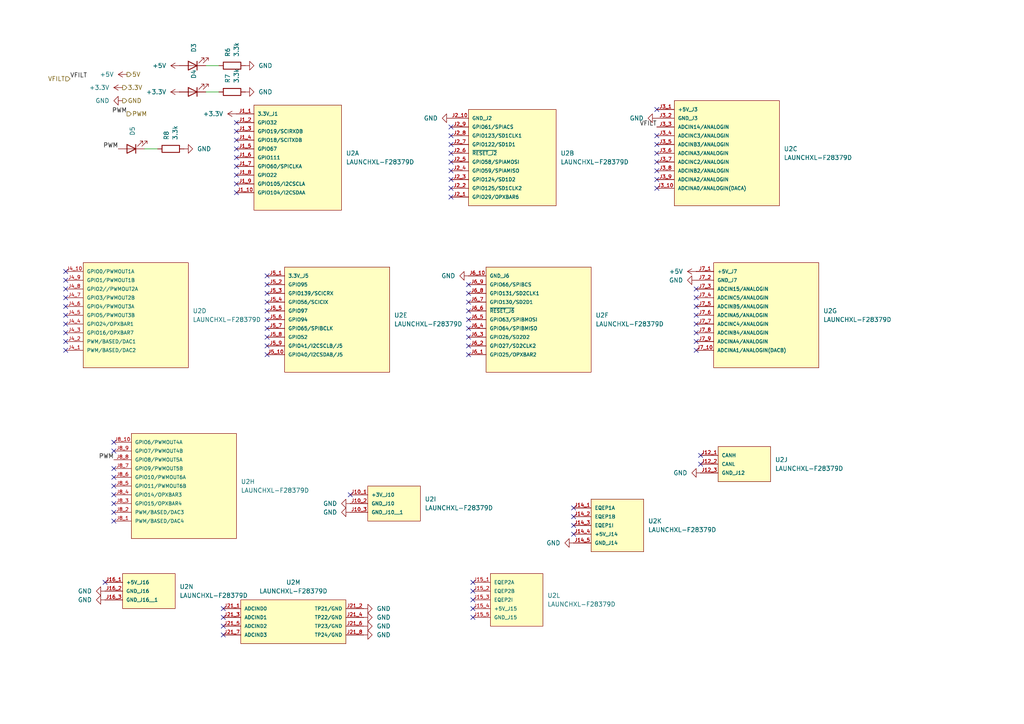
<source format=kicad_sch>
(kicad_sch (version 20231120) (generator "eeschema") (generator_version "8.0")
  (paper "A4")
  (lib_symbols
    (symbol "Device:LED" (pin_numbers hide) (pin_names (offset 1.016) hide)
      (property "Reference" "D" (at 0 2.54 0))
      (property "Value" "LED" (at 0 -2.54 0))
      (symbol "LED_0_1"
        (polyline (pts (xy -1.27 -1.27) (xy -1.27 1.27)) (stroke (width 0.254)))
        (polyline (pts (xy -1.27 0) (xy 1.27 0)))
        (polyline (pts (xy 1.27 -1.27) (xy 1.27 1.27) (xy -1.27 0) (xy 1.27 -1.27)) (stroke (width 0.254)))
        (polyline (pts (xy -3.048 -0.762) (xy -4.572 -2.286) (xy -3.81 -2.286) (xy -4.572 -2.286) (xy -4.572 -1.524)))
        (polyline (pts (xy -1.778 -0.762) (xy -3.302 -2.286) (xy -2.54 -2.286) (xy -3.302 -2.286) (xy -3.302 -1.524)))
      )
      (symbol "LED_1_1"
        (pin passive line (at -3.81 0 0) (length 2.54) (name "K") (number "1"))
        (pin passive line (at 3.81 0 180) (length 2.54) (name "A") (number "2"))
      )
    )
    (symbol "Device:R" (pin_numbers hide) (pin_names (offset 0))
      (property "Reference" "R" (at 2.032 0 90))
      (property "Value" "R" (at 0 0 90))
      (symbol "R_0_1"
        (rectangle (start -1.016 -2.54) (end 1.016 2.54) (stroke (width 0.254)))
      )
      (symbol "R_1_1"
        (pin passive line (at 0 3.81 270) (length 1.27) (name "~") (number "1"))
        (pin passive line (at 0 -3.81 90) (length 1.27) (name "~") (number "2"))
      )
    )
    (symbol "LAUNCHXL-F28379D:LAUNCHXL-F28379D" (pin_names (offset 1.016))
      (property "Reference" "U" (at -12.2428 15.9258 0))
      (property "Value" "LAUNCHXL-F28379D" (at -12.7 -17.272 0))
      (symbol "LAUNCHXL-F28379D_1_0"
        (rectangle (start -12.7 -15.24) (end 12.7 15.24) (stroke (width 0.1524)) (fill (type background)))
        (pin power_in line (at -17.78 12.7 0) (length 5.08) (name "3.3V_J1") (number "J1_1"))
        (pin bidirectional line (at -17.78 -10.16 0) (length 5.08) (name "GPIO104/I2CSDAA") (number "J1_10"))
        (pin bidirectional line (at -17.78 10.16 0) (length 5.08) (name "GPIO32") (number "J1_2"))
        (pin bidirectional line (at -17.78 7.62 0) (length 5.08) (name "GPIO19/SCIRXDB") (number "J1_3"))
        (pin bidirectional line (at -17.78 5.08 0) (length 5.08) (name "GPIO18/SCITXDB") (number "J1_4"))
        (pin bidirectional line (at -17.78 2.54 0) (length 5.08) (name "GPIO67") (number "J1_5"))
        (pin bidirectional line (at -17.78 0 0) (length 5.08) (name "GPIO111") (number "J1_6"))
        (pin bidirectional line (at -17.78 -2.54 0) (length 5.08) (name "GPIO60/SPICLKA") (number "J1_7"))
        (pin bidirectional line (at -17.78 -5.08 0) (length 5.08) (name "GPIO22") (number "J1_8"))
        (pin bidirectional line (at -17.78 -7.62 0) (length 5.08) (name "GPIO105/I2CSCLA") (number "J1_9"))
      )
      (symbol "LAUNCHXL-F28379D_2_0"
        (rectangle (start -12.7 -12.7) (end 12.7 15.24) (stroke (width 0.1524)) (fill (type background)))
        (pin bidirectional line (at -17.78 -10.16 0) (length 5.08) (name "GPIO29/OPXBAR6") (number "J2_1"))
        (pin power_in line (at -17.78 12.7 0) (length 5.08) (name "GND_J2") (number "J2_10"))
        (pin bidirectional line (at -17.78 -7.62 0) (length 5.08) (name "GPIO125/SD1CLK2") (number "J2_2"))
        (pin bidirectional line (at -17.78 -5.08 0) (length 5.08) (name "GPIO124/SD1D2") (number "J2_3"))
        (pin bidirectional line (at -17.78 -2.54 0) (length 5.08) (name "GPIO59/SPIAMISO") (number "J2_4"))
        (pin bidirectional line (at -17.78 0 0) (length 5.08) (name "GPIO58/SPIAMOSI") (number "J2_5"))
        (pin bidirectional line (at -17.78 2.54 0) (length 5.08) (name "~{RESET_J2}") (number "J2_6"))
        (pin bidirectional line (at -17.78 5.08 0) (length 5.08) (name "GPIO122/SD1D1") (number "J2_7"))
        (pin bidirectional line (at -17.78 7.62 0) (length 5.08) (name "GPIO123/SD1CLK1") (number "J2_8"))
        (pin bidirectional line (at -17.78 10.16 0) (length 5.08) (name "GPIO61/SPIACS") (number "J2_9"))
      )
      (symbol "LAUNCHXL-F28379D_3_0"
        (rectangle (start -15.24 -15.24) (end 15.24 15.24) (stroke (width 0.1524)) (fill (type background)))
        (pin power_in line (at -20.32 12.7 0) (length 5.08) (name "+5V_J3") (number "J3_1"))
        (pin bidirectional line (at -20.32 -10.16 0) (length 5.08) (name "ADCINA0/ANALOGIN(DACA)") (number "J3_10"))
        (pin power_in line (at -20.32 10.16 0) (length 5.08) (name "GND_J3") (number "J3_2"))
        (pin bidirectional line (at -20.32 7.62 0) (length 5.08) (name "ADCIN14/ANALOGIN") (number "J3_3"))
        (pin bidirectional line (at -20.32 5.08 0) (length 5.08) (name "ADCINC3/ANALOGIN") (number "J3_4"))
        (pin bidirectional line (at -20.32 2.54 0) (length 5.08) (name "ADCINB3/ANALOGIN") (number "J3_5"))
        (pin bidirectional line (at -20.32 0 0) (length 5.08) (name "ADCINA3/ANALOGIN") (number "J3_6"))
        (pin bidirectional line (at -20.32 -2.54 0) (length 5.08) (name "ADCINC2/ANALOGIN") (number "J3_7"))
        (pin bidirectional line (at -20.32 -5.08 0) (length 5.08) (name "ADCINB2/ANALOGIN") (number "J3_8"))
        (pin bidirectional line (at -20.32 -7.62 0) (length 5.08) (name "ADCINA2/ANALOGIN") (number "J3_9"))
      )
      (symbol "LAUNCHXL-F28379D_4_0"
        (rectangle (start -15.24 -15.24) (end 15.24 15.24) (stroke (width 0.1524)) (fill (type background)))
        (pin bidirectional line (at -20.32 -10.16 0) (length 5.08) (name "PWM/BASED/DAC2") (number "J4_1"))
        (pin bidirectional line (at -20.32 12.7 0) (length 5.08) (name "GPIO0/PWMOUT1A") (number "J4_10"))
        (pin bidirectional line (at -20.32 -7.62 0) (length 5.08) (name "PWM/BASED/DAC1") (number "J4_2"))
        (pin bidirectional line (at -20.32 -5.08 0) (length 5.08) (name "GPIO16/OPXBAR7") (number "J4_3"))
        (pin bidirectional line (at -20.32 -2.54 0) (length 5.08) (name "GPIO24/OPXBAR1") (number "J4_4"))
        (pin bidirectional line (at -20.32 0 0) (length 5.08) (name "GPIO5/PWMOUT3B") (number "J4_5"))
        (pin bidirectional line (at -20.32 2.54 0) (length 5.08) (name "GPIO4/PWMOUT3A") (number "J4_6"))
        (pin bidirectional line (at -20.32 5.08 0) (length 5.08) (name "GPIO3/PWMOUT2B") (number "J4_7"))
        (pin bidirectional line (at -20.32 7.62 0) (length 5.08) (name "GPIO2//PWMOUT2A") (number "J4_8"))
        (pin bidirectional line (at -20.32 10.16 0) (length 5.08) (name "GPIO1/PWMOUT1B") (number "J4_9"))
      )
      (symbol "LAUNCHXL-F28379D_5_0"
        (rectangle (start -15.24 -15.24) (end 15.24 15.24) (stroke (width 0.1524)) (fill (type background)))
        (pin power_in line (at -20.32 12.7 0) (length 5.08) (name "3.3V_J5") (number "J5_1"))
        (pin bidirectional line (at -20.32 -10.16 0) (length 5.08) (name "GPIO40/I2CSDAB/J5") (number "J5_10"))
        (pin bidirectional line (at -20.32 10.16 0) (length 5.08) (name "GPIO95") (number "J5_2"))
        (pin bidirectional line (at -20.32 7.62 0) (length 5.08) (name "GPIO139/SCICRX") (number "J5_3"))
        (pin bidirectional line (at -20.32 5.08 0) (length 5.08) (name "GPIO56/SCICIX") (number "J5_4"))
        (pin bidirectional line (at -20.32 2.54 0) (length 5.08) (name "GPIO97") (number "J5_5"))
        (pin bidirectional line (at -20.32 0 0) (length 5.08) (name "GPIO94") (number "J5_6"))
        (pin bidirectional line (at -20.32 -2.54 0) (length 5.08) (name "GPIO65/SPIBCLK") (number "J5_7"))
        (pin bidirectional line (at -20.32 -5.08 0) (length 5.08) (name "GPIO52") (number "J5_8"))
        (pin bidirectional line (at -20.32 -7.62 0) (length 5.08) (name "GPIO41/I2CSCLB/J5") (number "J5_9"))
      )
      (symbol "LAUNCHXL-F28379D_6_0"
        (rectangle (start -15.24 -15.24) (end 15.24 15.24) (stroke (width 0.1524)) (fill (type background)))
        (pin bidirectional line (at -20.32 -10.16 0) (length 5.08) (name "GPIO25/OPXBAR2") (number "J6_1"))
        (pin power_in line (at -20.32 12.7 0) (length 5.08) (name "GND_J6") (number "J6_10"))
        (pin bidirectional line (at -20.32 -7.62 0) (length 5.08) (name "GPIO27/SD2CLK2") (number "J6_2"))
        (pin bidirectional line (at -20.32 -5.08 0) (length 5.08) (name "GPIO26/SD2D2") (number "J6_3"))
        (pin bidirectional line (at -20.32 -2.54 0) (length 5.08) (name "GPIO64/SPIBMISO") (number "J6_4"))
        (pin bidirectional line (at -20.32 0 0) (length 5.08) (name "GPIO63/SPIBMOSI") (number "J6_5"))
        (pin bidirectional line (at -20.32 2.54 0) (length 5.08) (name "~{RESET_J6}") (number "J6_6"))
        (pin bidirectional line (at -20.32 5.08 0) (length 5.08) (name "GPIO130/SD2D1") (number "J6_7"))
        (pin bidirectional line (at -20.32 7.62 0) (length 5.08) (name "GPIO131/SD2CLK1") (number "J6_8"))
        (pin bidirectional line (at -20.32 10.16 0) (length 5.08) (name "GPIO66/SPIBCS") (number "J6_9"))
      )
      (symbol "LAUNCHXL-F28379D_7_0"
        (rectangle (start -15.24 -15.24) (end 15.24 15.24) (stroke (width 0.1524)) (fill (type background)))
        (pin power_in line (at -20.32 12.7 0) (length 5.08) (name "+5V_J7") (number "J7_1"))
        (pin bidirectional line (at -20.32 -10.16 0) (length 5.08) (name "ADCINA1/ANALOGIN(DACB)") (number "J7_10"))
        (pin power_in line (at -20.32 10.16 0) (length 5.08) (name "GND_J7") (number "J7_2"))
        (pin bidirectional line (at -20.32 7.62 0) (length 5.08) (name "ADCIN15/ANALOGIN") (number "J7_3"))
        (pin bidirectional line (at -20.32 5.08 0) (length 5.08) (name "ADCINC5/ANALOGIN") (number "J7_4"))
        (pin bidirectional line (at -20.32 2.54 0) (length 5.08) (name "ADCINB5/ANALOGIN") (number "J7_5"))
        (pin bidirectional line (at -20.32 0 0) (length 5.08) (name "ADCINA5/ANALOGIN") (number "J7_6"))
        (pin bidirectional line (at -20.32 -2.54 0) (length 5.08) (name "ADCINC4/ANALOGIN") (number "J7_7"))
        (pin bidirectional line (at -20.32 -5.08 0) (length 5.08) (name "ADCINB4/ANALOGIN") (number "J7_8"))
        (pin bidirectional line (at -20.32 -7.62 0) (length 5.08) (name "ADCINA4/ANALOGIN") (number "J7_9"))
      )
      (symbol "LAUNCHXL-F28379D_8_0"
        (rectangle (start -15.24 -15.24) (end 15.24 15.24) (stroke (width 0.1524)) (fill (type background)))
        (pin bidirectional line (at -20.32 -10.16 0) (length 5.08) (name "PWM/BASED/DAC4") (number "J8_1"))
        (pin bidirectional line (at -20.32 12.7 0) (length 5.08) (name "GPIO6/PWMOUT4A") (number "J8_10"))
        (pin bidirectional line (at -20.32 -7.62 0) (length 5.08) (name "PWM/BASED/DAC3") (number "J8_2"))
        (pin bidirectional line (at -20.32 -5.08 0) (length 5.08) (name "GPIO15/OPXBAR4") (number "J8_3"))
        (pin bidirectional line (at -20.32 -2.54 0) (length 5.08) (name "GPIO14/OPXBAR3") (number "J8_4"))
        (pin bidirectional line (at -20.32 0 0) (length 5.08) (name "GPIO11/PWMOUT6B") (number "J8_5"))
        (pin bidirectional line (at -20.32 2.54 0) (length 5.08) (name "GPIO10/PWMOUT6A") (number "J8_6"))
        (pin bidirectional line (at -20.32 5.08 0) (length 5.08) (name "GPIO9/PWMOUT5B") (number "J8_7"))
        (pin bidirectional line (at -20.32 7.62 0) (length 5.08) (name "GPIO8/PWMOUT5A") (number "J8_8"))
        (pin bidirectional line (at -20.32 10.16 0) (length 5.08) (name "GPIO7/PWMOUT4B") (number "J8_9"))
      )
      (symbol "LAUNCHXL-F28379D_9_0"
        (rectangle (start -7.62 -7.62) (end 7.62 2.54) (stroke (width 0.1524)) (fill (type background)))
        (pin power_in line (at -12.7 0 0) (length 5.08) (name "+3V_J10") (number "J10_1"))
        (pin power_in line (at -12.7 -2.54 0) (length 5.08) (name "GND_J10") (number "J10_2"))
        (pin power_in line (at -12.7 -5.08 0) (length 5.08) (name "GND_J10__1") (number "J10_3"))
      )
      (symbol "LAUNCHXL-F28379D_10_0"
        (rectangle (start -7.62 -5.08) (end 7.62 5.08) (stroke (width 0.1524)) (fill (type background)))
        (pin bidirectional line (at -12.7 2.54 0) (length 5.08) (name "CANH") (number "J12_1"))
        (pin bidirectional line (at -12.7 0 0) (length 5.08) (name "CANL") (number "J12_2"))
        (pin power_in line (at -12.7 -2.54 0) (length 5.08) (name "GND_J12") (number "J12_3"))
      )
      (symbol "LAUNCHXL-F28379D_11_0"
        (rectangle (start -7.62 -7.62) (end 7.62 7.62) (stroke (width 0.1524)) (fill (type background)))
        (pin bidirectional line (at -12.7 5.08 0) (length 5.08) (name "EQEP1A") (number "J14_1"))
        (pin bidirectional line (at -12.7 2.54 0) (length 5.08) (name "EQEP1B") (number "J14_2"))
        (pin bidirectional line (at -12.7 0 0) (length 5.08) (name "EQEP1I") (number "J14_3"))
        (pin power_in line (at -12.7 -2.54 0) (length 5.08) (name "+5V_J14") (number "J14_4"))
        (pin power_in line (at -12.7 -5.08 0) (length 5.08) (name "GND_J14") (number "J14_5"))
      )
      (symbol "LAUNCHXL-F28379D_12_0"
        (rectangle (start -7.62 -7.62) (end 7.62 7.62) (stroke (width 0.1524)) (fill (type background)))
        (pin bidirectional line (at -12.7 5.08 0) (length 5.08) (name "EQEP2A") (number "J15_1"))
        (pin bidirectional line (at -12.7 2.54 0) (length 5.08) (name "EQEP2B") (number "J15_2"))
        (pin bidirectional line (at -12.7 0 0) (length 5.08) (name "EQEP2I") (number "J15_3"))
        (pin power_in line (at -12.7 -2.54 0) (length 5.08) (name "+5V_J15") (number "J15_4"))
        (pin power_in line (at -12.7 -5.08 0) (length 5.08) (name "GND_J15") (number "J15_5"))
      )
      (symbol "LAUNCHXL-F28379D_13_0"
        (rectangle (start -15.24 -7.62) (end 15.24 5.08) (stroke (width 0.1524)) (fill (type background)))
        (pin input line (at -20.32 2.54 0) (length 5.08) (name "ADCIND0") (number "J21_1"))
        (pin power_in line (at 20.32 2.54 180) (length 5.08) (name "TP21/GND") (number "J21_2"))
        (pin input line (at -20.32 0 0) (length 5.08) (name "ADCIND1") (number "J21_3"))
        (pin power_in line (at 20.32 0 180) (length 5.08) (name "TP22/GND") (number "J21_4"))
        (pin input line (at -20.32 -2.54 0) (length 5.08) (name "ADCIND2") (number "J21_5"))
        (pin power_in line (at 20.32 -2.54 180) (length 5.08) (name "TP23/GND") (number "J21_6"))
        (pin input line (at -20.32 -5.08 0) (length 5.08) (name "ADCIND3") (number "J21_7"))
        (pin power_in line (at 20.32 -5.08 180) (length 5.08) (name "TP24/GND") (number "J21_8"))
      )
      (symbol "LAUNCHXL-F28379D_14_0"
        (rectangle (start -7.62 -5.08) (end 7.62 5.08) (stroke (width 0.1524)) (fill (type background)))
        (pin power_in line (at -12.7 2.54 0) (length 5.08) (name "+5V_J16") (number "J16_1"))
        (pin power_in line (at -12.7 0 0) (length 5.08) (name "GND_J16") (number "J16_2"))
        (pin power_in line (at -12.7 -2.54 0) (length 5.08) (name "GND_J16__1") (number "J16_3"))
      )
    )
    (symbol "power:+3.3V" (power) (pin_numbers hide) (pin_names (offset 0) hide)
      (property "Value" "+3.3V" (at 0 3.556 0))
      (symbol "+3.3V_0_1"
        (polyline (pts (xy -0.762 1.27) (xy 0 2.54)))
        (polyline (pts (xy 0 0) (xy 0 2.54)))
        (polyline (pts (xy 0 2.54) (xy 0.762 1.27)))
      )
      (symbol "+3.3V_1_1"
        (pin power_in line (at 0 0 90) (length 0) (name "~") (number "1"))
      )
    )
    (symbol "power:+5V" (power) (pin_numbers hide) (pin_names (offset 0) hide)
      (property "Value" "+5V" (at 0 3.556 0))
      (symbol "+5V_0_1"
        (polyline (pts (xy -0.762 1.27) (xy 0 2.54)))
        (polyline (pts (xy 0 0) (xy 0 2.54)))
        (polyline (pts (xy 0 2.54) (xy 0.762 1.27)))
      )
      (symbol "+5V_1_1"
        (pin power_in line (at 0 0 90) (length 0) (name "~") (number "1"))
      )
    )
    (symbol "power:GND" (power) (pin_numbers hide) (pin_names (offset 0) hide)
      (property "Value" "GND" (at 0 -3.81 0))
      (symbol "GND_0_1"
        (polyline (pts (xy 0 0) (xy 0 -1.27) (xy 1.27 -1.27) (xy 0 -2.54) (xy -1.27 -1.27) (xy 0 -1.27)))
      )
      (symbol "GND_1_1"
        (pin power_in line (at 0 0 270) (length 0) (name "~") (number "1"))
      )
    )
  )
  (no_connect (at 201.93 96.52))
  (no_connect (at 68.58 50.8))
  (no_connect (at 77.47 87.63))
  (no_connect (at 33.02 148.59))
  (no_connect (at 19.05 96.52))
  (no_connect (at 68.58 55.88))
  (no_connect (at 135.89 87.63))
  (no_connect (at 130.81 52.07))
  (no_connect (at 130.81 44.45))
  (no_connect (at 166.37 154.94))
  (no_connect (at 77.47 80.01))
  (no_connect (at 68.58 40.64))
  (no_connect (at 19.05 78.74))
  (no_connect (at 64.77 184.15))
  (no_connect (at 19.05 91.44))
  (no_connect (at 77.47 97.79))
  (no_connect (at 33.02 130.81))
  (no_connect (at 77.47 95.25))
  (no_connect (at 190.5 41.91))
  (no_connect (at 190.5 54.61))
  (no_connect (at 135.89 82.55))
  (no_connect (at 130.81 46.99))
  (no_connect (at 130.81 54.61))
  (no_connect (at 30.48 168.91))
  (no_connect (at 201.93 99.06))
  (no_connect (at 33.02 138.43))
  (no_connect (at 33.02 143.51))
  (no_connect (at 77.47 100.33))
  (no_connect (at 190.5 39.37))
  (no_connect (at 33.02 151.13))
  (no_connect (at 19.05 86.36))
  (no_connect (at 33.02 128.27))
  (no_connect (at 77.47 92.71))
  (no_connect (at 201.93 101.6))
  (no_connect (at 33.02 146.05))
  (no_connect (at 130.81 57.15))
  (no_connect (at 137.16 173.99))
  (no_connect (at 19.05 101.6))
  (no_connect (at 137.16 176.53))
  (no_connect (at 201.93 91.44))
  (no_connect (at 33.02 140.97))
  (no_connect (at 68.58 35.56))
  (no_connect (at 19.05 93.98))
  (no_connect (at 135.89 100.33))
  (no_connect (at 19.05 81.28))
  (no_connect (at 201.93 83.82))
  (no_connect (at 190.5 31.75))
  (no_connect (at 166.37 147.32))
  (no_connect (at 203.2 132.08))
  (no_connect (at 64.77 179.07))
  (no_connect (at 68.58 45.72))
  (no_connect (at 19.05 88.9))
  (no_connect (at 135.89 97.79))
  (no_connect (at 130.81 49.53))
  (no_connect (at 190.5 52.07))
  (no_connect (at 77.47 82.55))
  (no_connect (at 19.05 83.82))
  (no_connect (at 137.16 168.91))
  (no_connect (at 201.93 93.98))
  (no_connect (at 135.89 92.71))
  (no_connect (at 190.5 44.45))
  (no_connect (at 64.77 181.61))
  (no_connect (at 135.89 90.17))
  (no_connect (at 68.58 53.34))
  (no_connect (at 166.37 149.86))
  (no_connect (at 201.93 86.36))
  (no_connect (at 135.89 95.25))
  (no_connect (at 135.89 85.09))
  (no_connect (at 130.81 39.37))
  (no_connect (at 77.47 102.87))
  (no_connect (at 33.02 135.89))
  (no_connect (at 190.5 49.53))
  (no_connect (at 19.05 99.06))
  (no_connect (at 201.93 88.9))
  (no_connect (at 68.58 38.1))
  (no_connect (at 64.77 176.53))
  (no_connect (at 137.16 179.07))
  (no_connect (at 68.58 43.18))
  (no_connect (at 130.81 36.83))
  (no_connect (at 190.5 46.99))
  (no_connect (at 203.2 134.62))
  (no_connect (at 166.37 152.4))
  (no_connect (at 77.47 90.17))
  (no_connect (at 68.58 48.26))
  (no_connect (at 101.6 143.51))
  (no_connect (at 135.89 102.87))
  (no_connect (at 77.47 85.09))
  (no_connect (at 137.16 171.45))
  (no_connect (at 130.81 41.91))
  (wire (pts (xy 59.69 26.67) (xy 63.5 26.67)))
  (wire (pts (xy 41.91 43.18) (xy 45.72 43.18)))
  (wire (pts (xy 59.69 19.05) (xy 63.5 19.05)))
  (label "VFILT" (at 190.5 36.83 180))
  (label "VFILT" (at 20.32 22.86 0))
  (label "PWM" (at 33.02 133.35 180))
  (label "PWM" (at 34.29 43.18 180))
  (label "PWM" (at 36.83 33.02 180))
  (hierarchical_label "3.3V" (shape output) (at 35.56 25.4 0))
  (hierarchical_label "5V" (shape output) (at 36.83 21.59 0))
  (hierarchical_label "PWM" (shape output) (at 36.83 33.02 0))
  (hierarchical_label "GND" (shape output) (at 35.56 29.21 0))
  (hierarchical_label "VFILT" (shape input) (at 20.32 22.86 180))
  (symbol (lib_id "power:GND") (at 53.34 43.18 90) (unit 1)
    (property "Reference" "#PWR044" (effects (hide yes)))
    (property "Value" "GND" (at 57.15 43.1799 90) (effects (justify right)))
    (property "Description" "Power symbol creates a global label with name \"GND\" , ground" (effects (hide yes)))
  )
  (symbol (lib_id "power:GND") (at 190.5 34.29 270) (unit 1)
    (property "Reference" "#PWR024" (effects (hide yes)))
    (property "Value" "GND" (at 186.69 34.2899 90) (effects (justify right)))
    (property "Description" "Power symbol creates a global label with name \"GND\" , ground" (effects (hide yes)))
  )
  (symbol (lib_id "Device:R") (at 67.31 26.67 90) (unit 1)
    (property "Reference" "R7" (at 66.0399 24.13 0) (effects (justify left)))
    (property "Value" "3.3k" (at 68.5799 24.13 0) (effects (justify left)))
    (property "Footprint" "Resistor_SMD:R_0805_2012Metric_Pad1.20x1.40mm_HandSolder" (effects (hide yes)))
    (property "Datasheet" "ERJ-P06F3301V" (effects (hide yes)))
    (property "Description" "Resistor" (effects (hide yes)))
    (property "Part Number" "ERJ-P06F3301V" (effects (hide yes)))
  )
  (symbol (lib_id "power:+5V") (at 201.93 78.74 90) (unit 1)
    (property "Reference" "#PWR022" (effects (hide yes)))
    (property "Value" "+5V" (at 198.12 78.7399 90) (effects (justify left)))
    (property "Description" "Power symbol creates a global label with name \"+5V\"" (effects (hide yes)))
  )
  (symbol (lib_id "Device:LED") (at 55.88 26.67 180) (unit 1)
    (property "Reference" "D4" (at 56.1974 22.86 90) (effects (justify right)))
    (property "Value" "LTST-C170KGKT" (effects (hide yes)))
    (property "Footprint" "LED_SMD:LED_0805_2012Metric" (effects (hide yes)))
    (property "Datasheet" "LTST-C170KGKT" (effects (hide yes)))
    (property "Description" "Light emitting diode" (effects (hide yes)))
    (property "Part Number" "LTST-C170KGKT" (effects (hide yes)))
  )
  (symbol (lib_id "power:GND") (at 71.12 26.67 90) (unit 1)
    (property "Reference" "#PWR046" (effects (hide yes)))
    (property "Value" "GND" (at 74.93 26.6699 90) (effects (justify right)))
    (property "Description" "Power symbol creates a global label with name \"GND\" , ground" (effects (hide yes)))
  )
  (symbol (lib_id "LAUNCHXL-F28379D:LAUNCHXL-F28379D") (at 86.36 45.72 0) (unit 1)
    (property "Reference" "U2" (at 100.33 44.4499 0) (effects (justify left)))
    (property "Value" "LAUNCHXL-F28379D" (at 100.33 46.9899 0) (effects (justify left)))
    (property "Footprint" "MCU_lib:MOD_LAUNCHXL-F28379D" (effects (hide yes)))
    (property "Datasheet" "LAUNCHXL-F28379D" (effects (hide yes)))
    (property "PARTREV" "2.0" (effects (hide yes)))
    (property "STANDARD" "Manufacturer Recommendations" (effects (hide yes)))
    (property "MANUFACTURER" "Texas Instruments" (effects (hide yes)))
    (property "Part Number" "LAUNCHXL-F28379D" (effects (hide yes)))
  )
  (symbol (lib_id "power:+5V") (at 52.07 19.05 90) (unit 1)
    (property "Reference" "#PWR048" (effects (hide yes)))
    (property "Value" "+5V" (at 48.26 19.0499 90) (effects (justify left)))
    (property "Description" "Power symbol creates a global label with name \"+5V\"" (effects (hide yes)))
  )
  (symbol (lib_id "LAUNCHXL-F28379D:LAUNCHXL-F28379D") (at 39.37 91.44 0) (unit 4)
    (property "Reference" "U2" (at 55.88 90.1699 0) (effects (justify left)))
    (property "Value" "LAUNCHXL-F28379D" (at 55.88 92.7099 0) (effects (justify left)))
    (property "Footprint" "MCU_lib:MOD_LAUNCHXL-F28379D" (effects (hide yes)))
    (property "Datasheet" "LAUNCHXL-F28379D" (effects (hide yes)))
    (property "PARTREV" "2.0" (effects (hide yes)))
    (property "STANDARD" "Manufacturer Recommendations" (effects (hide yes)))
    (property "MANUFACTURER" "Texas Instruments" (effects (hide yes)))
    (property "Part Number" "LAUNCHXL-F28379D" (effects (hide yes)))
  )
  (symbol (lib_id "LAUNCHXL-F28379D:LAUNCHXL-F28379D") (at 222.25 91.44 0) (unit 7)
    (property "Reference" "U2" (at 238.76 90.1699 0) (effects (justify left)))
    (property "Value" "LAUNCHXL-F28379D" (at 238.76 92.7099 0) (effects (justify left)))
    (property "Footprint" "MCU_lib:MOD_LAUNCHXL-F28379D" (effects (hide yes)))
    (property "Datasheet" "LAUNCHXL-F28379D" (effects (hide yes)))
    (property "PARTREV" "2.0" (effects (hide yes)))
    (property "STANDARD" "Manufacturer Recommendations" (effects (hide yes)))
    (property "MANUFACTURER" "Texas Instruments" (effects (hide yes)))
    (property "Part Number" "LAUNCHXL-F28379D" (effects (hide yes)))
  )
  (symbol (lib_id "power:GND") (at 105.41 184.15 90) (unit 1)
    (property "Reference" "#PWR028" (effects (hide yes)))
    (property "Value" "GND" (at 109.22 184.1499 90) (effects (justify right)))
    (property "Description" "Power symbol creates a global label with name \"GND\" , ground" (effects (hide yes)))
  )
  (symbol (lib_id "power:GND") (at 105.41 179.07 90) (unit 1)
    (property "Reference" "#PWR026" (effects (hide yes)))
    (property "Value" "GND" (at 109.22 179.0699 90) (effects (justify right)))
    (property "Description" "Power symbol creates a global label with name \"GND\" , ground" (effects (hide yes)))
  )
  (symbol (lib_id "power:GND") (at 203.2 137.16 270) (unit 1)
    (property "Reference" "#PWR033" (effects (hide yes)))
    (property "Value" "GND" (at 199.39 137.1599 90) (effects (justify right)))
    (property "Description" "Power symbol creates a global label with name \"GND\" , ground" (effects (hide yes)))
  )
  (symbol (lib_id "LAUNCHXL-F28379D:LAUNCHXL-F28379D") (at 215.9 134.62 0) (unit 10)
    (property "Reference" "U2" (at 224.79 133.3499 0) (effects (justify left)))
    (property "Value" "LAUNCHXL-F28379D" (at 224.79 135.8899 0) (effects (justify left)))
    (property "Footprint" "MCU_lib:MOD_LAUNCHXL-F28379D" (effects (hide yes)))
    (property "Datasheet" "LAUNCHXL-F28379D" (effects (hide yes)))
    (property "PARTREV" "2.0" (effects (hide yes)))
    (property "STANDARD" "Manufacturer Recommendations" (effects (hide yes)))
    (property "MANUFACTURER" "Texas Instruments" (effects (hide yes)))
    (property "Part Number" "LAUNCHXL-F28379D" (effects (hide yes)))
  )
  (symbol (lib_id "power:GND") (at 30.48 173.99 270) (unit 1)
    (property "Reference" "#PWR032" (effects (hide yes)))
    (property "Value" "GND" (at 26.67 173.9899 90) (effects (justify right)))
    (property "Description" "Power symbol creates a global label with name \"GND\" , ground" (effects (hide yes)))
  )
  (symbol (lib_id "LAUNCHXL-F28379D:LAUNCHXL-F28379D") (at 148.59 46.99 0) (unit 2)
    (property "Reference" "U2" (at 162.56 44.4499 0) (effects (justify left)))
    (property "Value" "LAUNCHXL-F28379D" (at 162.56 46.9899 0) (effects (justify left)))
    (property "Footprint" "MCU_lib:MOD_LAUNCHXL-F28379D" (effects (hide yes)))
    (property "Datasheet" "LAUNCHXL-F28379D" (effects (hide yes)))
    (property "PARTREV" "2.0" (effects (hide yes)))
    (property "STANDARD" "Manufacturer Recommendations" (effects (hide yes)))
    (property "MANUFACTURER" "Texas Instruments" (effects (hide yes)))
    (property "Part Number" "LAUNCHXL-F28379D" (effects (hide yes)))
  )
  (symbol (lib_id "LAUNCHXL-F28379D:LAUNCHXL-F28379D") (at 85.09 179.07 0) (unit 13)
    (property "Reference" "U2" (at 85.09 168.91 0))
    (property "Value" "LAUNCHXL-F28379D" (at 85.09 171.45 0))
    (property "Footprint" "MCU_lib:MOD_LAUNCHXL-F28379D" (effects (hide yes)))
    (property "Datasheet" "LAUNCHXL-F28379D" (effects (hide yes)))
    (property "PARTREV" "2.0" (effects (hide yes)))
    (property "STANDARD" "Manufacturer Recommendations" (effects (hide yes)))
    (property "MANUFACTURER" "Texas Instruments" (effects (hide yes)))
    (property "Part Number" "LAUNCHXL-F28379D" (effects (hide yes)))
  )
  (symbol (lib_id "LAUNCHXL-F28379D:LAUNCHXL-F28379D") (at 53.34 140.97 0) (unit 8)
    (property "Reference" "U2" (at 69.85 139.6999 0) (effects (justify left)))
    (property "Value" "LAUNCHXL-F28379D" (at 69.85 142.2399 0) (effects (justify left)))
    (property "Footprint" "MCU_lib:MOD_LAUNCHXL-F28379D" (effects (hide yes)))
    (property "Datasheet" "LAUNCHXL-F28379D" (effects (hide yes)))
    (property "PARTREV" "2.0" (effects (hide yes)))
    (property "STANDARD" "Manufacturer Recommendations" (effects (hide yes)))
    (property "MANUFACTURER" "Texas Instruments" (effects (hide yes)))
    (property "Part Number" "LAUNCHXL-F28379D" (effects (hide yes)))
  )
  (symbol (lib_id "Device:R") (at 49.53 43.18 90) (unit 1)
    (property "Reference" "R8" (at 48.2599 40.64 0) (effects (justify left)))
    (property "Value" "3.3k" (at 50.7999 40.64 0) (effects (justify left)))
    (property "Footprint" "Resistor_SMD:R_0805_2012Metric_Pad1.20x1.40mm_HandSolder" (effects (hide yes)))
    (property "Datasheet" "ERJ-P06F3301V" (effects (hide yes)))
    (property "Description" "Resistor" (effects (hide yes)))
    (property "Part Number" "ERJ-P06F3301V" (effects (hide yes)))
  )
  (symbol (lib_id "power:GND") (at 101.6 146.05 270) (unit 1)
    (property "Reference" "#PWR029" (effects (hide yes)))
    (property "Value" "GND" (at 97.79 146.0499 90) (effects (justify right)))
    (property "Description" "Power symbol creates a global label with name \"GND\" , ground" (effects (hide yes)))
  )
  (symbol (lib_id "power:GND") (at 166.37 157.48 270) (unit 1)
    (property "Reference" "#PWR034" (effects (hide yes)))
    (property "Value" "GND" (at 162.56 157.4799 90) (effects (justify right)))
    (property "Description" "Power symbol creates a global label with name \"GND\" , ground" (effects (hide yes)))
  )
  (symbol (lib_id "LAUNCHXL-F28379D:LAUNCHXL-F28379D") (at 156.21 92.71 0) (unit 6)
    (property "Reference" "U2" (at 172.72 91.4399 0) (effects (justify left)))
    (property "Value" "LAUNCHXL-F28379D" (at 172.72 93.9799 0) (effects (justify left)))
    (property "Footprint" "MCU_lib:MOD_LAUNCHXL-F28379D" (effects (hide yes)))
    (property "Datasheet" "LAUNCHXL-F28379D" (effects (hide yes)))
    (property "PARTREV" "2.0" (effects (hide yes)))
    (property "STANDARD" "Manufacturer Recommendations" (effects (hide yes)))
    (property "MANUFACTURER" "Texas Instruments" (effects (hide yes)))
    (property "Part Number" "LAUNCHXL-F28379D" (effects (hide yes)))
  )
  (symbol (lib_id "power:+3.3V") (at 35.56 25.4 90) (unit 1)
    (property "Reference" "#PWR020" (effects (hide yes)))
    (property "Value" "+3.3V" (at 31.75 25.3999 90) (effects (justify left)))
    (property "Description" "Power symbol creates a global label with name \"+3.3V\"" (effects (hide yes)))
  )
  (symbol (lib_id "LAUNCHXL-F28379D:LAUNCHXL-F28379D") (at 179.07 152.4 0) (unit 11)
    (property "Reference" "U2" (at 187.96 151.1299 0) (effects (justify left)))
    (property "Value" "LAUNCHXL-F28379D" (at 187.96 153.6699 0) (effects (justify left)))
    (property "Footprint" "MCU_lib:MOD_LAUNCHXL-F28379D" (effects (hide yes)))
    (property "Datasheet" "LAUNCHXL-F28379D" (effects (hide yes)))
    (property "PARTREV" "2.0" (effects (hide yes)))
    (property "STANDARD" "Manufacturer Recommendations" (effects (hide yes)))
    (property "MANUFACTURER" "Texas Instruments" (effects (hide yes)))
    (property "Part Number" "LAUNCHXL-F28379D" (effects (hide yes)))
  )
  (symbol (lib_id "power:GND") (at 71.12 19.05 90) (unit 1)
    (property "Reference" "#PWR047" (effects (hide yes)))
    (property "Value" "GND" (at 74.93 19.0499 90) (effects (justify right)))
    (property "Description" "Power symbol creates a global label with name \"GND\" , ground" (effects (hide yes)))
  )
  (symbol (lib_id "Device:LED") (at 55.88 19.05 180) (unit 1)
    (property "Reference" "D3" (at 56.1974 15.24 90) (effects (justify right)))
    (property "Value" "LTST-C170KGKT" (effects (hide yes)))
    (property "Footprint" "LED_SMD:LED_0805_2012Metric" (effects (hide yes)))
    (property "Datasheet" "LTST-C170KGKT" (effects (hide yes)))
    (property "Description" "Light emitting diode" (effects (hide yes)))
    (property "Part Number" "LTST-C170KGKT" (effects (hide yes)))
  )
  (symbol (lib_id "power:GND") (at 130.81 34.29 270) (unit 1)
    (property "Reference" "#PWR023" (effects (hide yes)))
    (property "Value" "GND" (at 127 34.2899 90) (effects (justify right)))
    (property "Description" "Power symbol creates a global label with name \"GND\" , ground" (effects (hide yes)))
  )
  (symbol (lib_id "Device:LED") (at 38.1 43.18 180) (unit 1)
    (property "Reference" "D5" (at 38.4174 39.37 90) (effects (justify right)))
    (property "Value" "LTST-C170KGKT" (effects (hide yes)))
    (property "Footprint" "LED_SMD:LED_0805_2012Metric" (effects (hide yes)))
    (property "Datasheet" "LTST-C170KGKT" (effects (hide yes)))
    (property "Description" "Light emitting diode" (effects (hide yes)))
    (property "Part Number" "LTST-C170KGKT" (effects (hide yes)))
  )
  (symbol (lib_id "power:+3.3V") (at 52.07 26.67 90) (unit 1)
    (property "Reference" "#PWR049" (effects (hide yes)))
    (property "Value" "+3.3V" (at 48.26 26.6699 90) (effects (justify left)))
    (property "Description" "Power symbol creates a global label with name \"+3.3V\"" (effects (hide yes)))
  )
  (symbol (lib_id "power:+3.3V") (at 68.58 33.02 90) (unit 1)
    (property "Reference" "#PWR021" (effects (hide yes)))
    (property "Value" "+3.3V" (at 64.77 33.0199 90) (effects (justify left)))
    (property "Description" "Power symbol creates a global label with name \"+3.3V\"" (effects (hide yes)))
  )
  (symbol (lib_id "LAUNCHXL-F28379D:LAUNCHXL-F28379D") (at 210.82 44.45 0) (unit 3)
    (property "Reference" "U2" (at 227.33 43.1799 0) (effects (justify left)))
    (property "Value" "LAUNCHXL-F28379D" (at 227.33 45.7199 0) (effects (justify left)))
    (property "Footprint" "MCU_lib:MOD_LAUNCHXL-F28379D" (effects (hide yes)))
    (property "Datasheet" "LAUNCHXL-F28379D" (effects (hide yes)))
    (property "PARTREV" "2.0" (effects (hide yes)))
    (property "STANDARD" "Manufacturer Recommendations" (effects (hide yes)))
    (property "MANUFACTURER" "Texas Instruments" (effects (hide yes)))
    (property "Part Number" "LAUNCHXL-F28379D" (effects (hide yes)))
  )
  (symbol (lib_id "power:GND") (at 135.89 80.01 270) (unit 1)
    (property "Reference" "#PWR035" (effects (hide yes)))
    (property "Value" "GND" (at 132.08 80.0099 90) (effects (justify right)))
    (property "Description" "Power symbol creates a global label with name \"GND\" , ground" (effects (hide yes)))
  )
  (symbol (lib_id "LAUNCHXL-F28379D:LAUNCHXL-F28379D") (at 97.79 92.71 0) (unit 5)
    (property "Reference" "U2" (at 114.3 91.4399 0) (effects (justify left)))
    (property "Value" "LAUNCHXL-F28379D" (at 114.3 93.9799 0) (effects (justify left)))
    (property "Footprint" "MCU_lib:MOD_LAUNCHXL-F28379D" (effects (hide yes)))
    (property "Datasheet" "LAUNCHXL-F28379D" (effects (hide yes)))
    (property "PARTREV" "2.0" (effects (hide yes)))
    (property "STANDARD" "Manufacturer Recommendations" (effects (hide yes)))
    (property "MANUFACTURER" "Texas Instruments" (effects (hide yes)))
    (property "Part Number" "LAUNCHXL-F28379D" (effects (hide yes)))
  )
  (symbol (lib_id "LAUNCHXL-F28379D:LAUNCHXL-F28379D") (at 43.18 171.45 0) (unit 14)
    (property "Reference" "U2" (at 52.07 170.1799 0) (effects (justify left)))
    (property "Value" "LAUNCHXL-F28379D" (at 52.07 172.7199 0) (effects (justify left)))
    (property "Footprint" "MCU_lib:MOD_LAUNCHXL-F28379D" (effects (hide yes)))
    (property "Datasheet" "LAUNCHXL-F28379D" (effects (hide yes)))
    (property "PARTREV" "2.0" (effects (hide yes)))
    (property "STANDARD" "Manufacturer Recommendations" (effects (hide yes)))
    (property "MANUFACTURER" "Texas Instruments" (effects (hide yes)))
    (property "Part Number" "LAUNCHXL-F28379D" (effects (hide yes)))
  )
  (symbol (lib_id "LAUNCHXL-F28379D:LAUNCHXL-F28379D") (at 114.3 143.51 0) (unit 9)
    (property "Reference" "U2" (at 123.19 144.7799 0) (effects (justify left)))
    (property "Value" "LAUNCHXL-F28379D" (at 123.19 147.3199 0) (effects (justify left)))
    (property "Footprint" "MCU_lib:MOD_LAUNCHXL-F28379D" (effects (hide yes)))
    (property "Datasheet" "LAUNCHXL-F28379D" (effects (hide yes)))
    (property "PARTREV" "2.0" (effects (hide yes)))
    (property "STANDARD" "Manufacturer Recommendations" (effects (hide yes)))
    (property "MANUFACTURER" "Texas Instruments" (effects (hide yes)))
    (property "Part Number" "LAUNCHXL-F28379D" (effects (hide yes)))
  )
  (symbol (lib_id "power:GND") (at 105.41 176.53 90) (unit 1)
    (property "Reference" "#PWR025" (effects (hide yes)))
    (property "Value" "GND" (at 109.22 176.5299 90) (effects (justify right)))
    (property "Description" "Power symbol creates a global label with name \"GND\" , ground" (effects (hide yes)))
  )
  (symbol (lib_id "LAUNCHXL-F28379D:LAUNCHXL-F28379D") (at 149.86 173.99 0) (unit 12)
    (property "Reference" "U2" (at 158.75 172.7199 0) (effects (justify left)))
    (property "Value" "LAUNCHXL-F28379D" (at 158.75 175.2599 0) (effects (justify left)))
    (property "Footprint" "MCU_lib:MOD_LAUNCHXL-F28379D" (effects (hide yes)))
    (property "Datasheet" "LAUNCHXL-F28379D" (effects (hide yes)))
    (property "PARTREV" "2.0" (effects (hide yes)))
    (property "STANDARD" "Manufacturer Recommendations" (effects (hide yes)))
    (property "MANUFACTURER" "Texas Instruments" (effects (hide yes)))
    (property "Part Number" "LAUNCHXL-F28379D" (effects (hide yes)))
  )
  (symbol (lib_id "power:GND") (at 35.56 29.21 270) (unit 1)
    (property "Reference" "#PWR018" (effects (hide yes)))
    (property "Value" "GND" (at 31.75 29.2099 90) (effects (justify right)))
    (property "Description" "Power symbol creates a global label with name \"GND\" , ground" (effects (hide yes)))
  )
  (symbol (lib_id "power:GND") (at 30.48 171.45 270) (unit 1)
    (property "Reference" "#PWR031" (effects (hide yes)))
    (property "Value" "GND" (at 26.67 171.4499 90) (effects (justify right)))
    (property "Description" "Power symbol creates a global label with name \"GND\" , ground" (effects (hide yes)))
  )
  (symbol (lib_id "power:GND") (at 201.93 81.28 270) (unit 1)
    (property "Reference" "#PWR036" (effects (hide yes)))
    (property "Value" "GND" (at 198.12 81.2799 90) (effects (justify right)))
    (property "Description" "Power symbol creates a global label with name \"GND\" , ground" (effects (hide yes)))
  )
  (symbol (lib_id "Device:R") (at 67.31 19.05 90) (unit 1)
    (property "Reference" "R6" (at 66.0399 16.51 0) (effects (justify left)))
    (property "Value" "3.3k" (at 68.5799 16.51 0) (effects (justify left)))
    (property "Footprint" "Resistor_SMD:R_0805_2012Metric_Pad1.20x1.40mm_HandSolder" (effects (hide yes)))
    (property "Datasheet" "ERJ-P06F3301V" (effects (hide yes)))
    (property "Description" "Resistor" (effects (hide yes)))
    (property "Part Number" "ERJ-P06F3301V" (effects (hide yes)))
  )
  (symbol (lib_id "power:GND") (at 105.41 181.61 90) (unit 1)
    (property "Reference" "#PWR027" (effects (hide yes)))
    (property "Value" "GND" (at 109.22 181.6099 90) (effects (justify right)))
    (property "Description" "Power symbol creates a global label with name \"GND\" , ground" (effects (hide yes)))
  )
  (symbol (lib_id "power:+5V") (at 36.83 21.59 90) (unit 1)
    (property "Reference" "#PWR019" (effects (hide yes)))
    (property "Value" "+5V" (at 33.02 21.5899 90) (effects (justify left)))
    (property "Description" "Power symbol creates a global label with name \"+5V\"" (effects (hide yes)))
  )
  (symbol (lib_id "power:GND") (at 101.6 148.59 270) (unit 1)
    (property "Reference" "#PWR030" (effects (hide yes)))
    (property "Value" "GND" (at 97.79 148.5899 90) (effects (justify right)))
    (property "Description" "Power symbol creates a global label with name \"GND\" , ground" (effects (hide yes)))
  )
)
</source>
